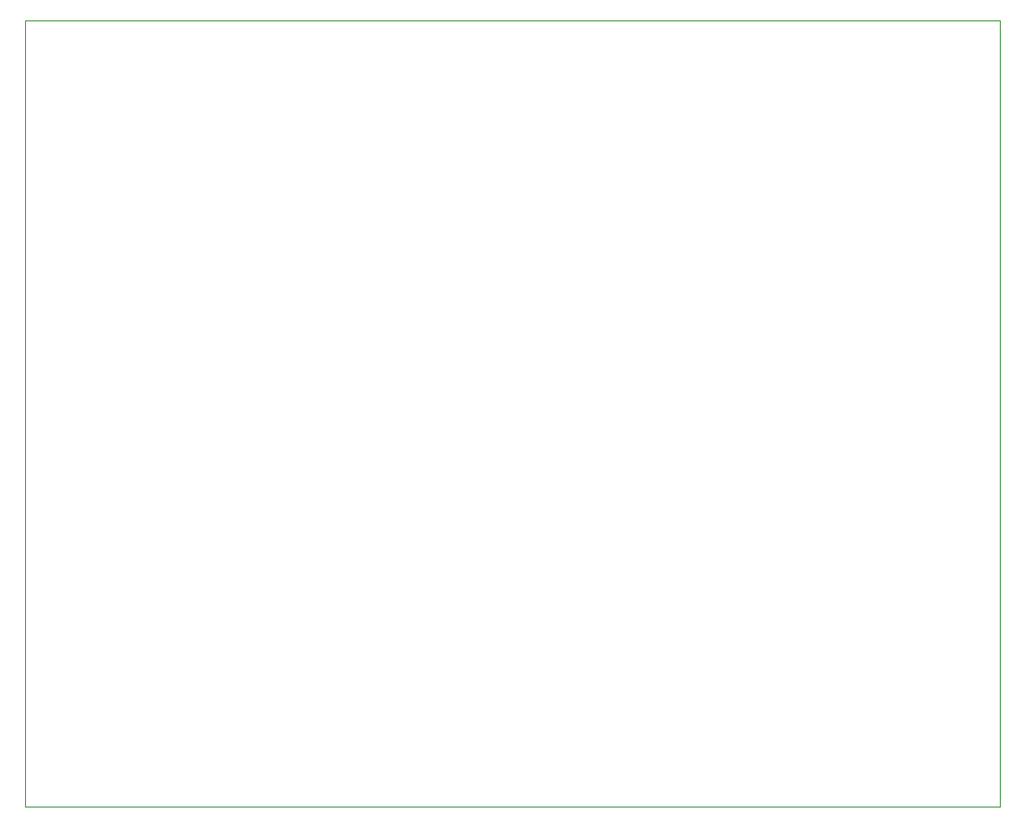
<source format=gbr>
%TF.GenerationSoftware,KiCad,Pcbnew,7.0.2*%
%TF.CreationDate,2024-10-18T19:43:08+03:00*%
%TF.ProjectId,POWER  WATER CIRCUIT,504f5745-5220-4205-9741-544552204349,rev?*%
%TF.SameCoordinates,Original*%
%TF.FileFunction,Profile,NP*%
%FSLAX46Y46*%
G04 Gerber Fmt 4.6, Leading zero omitted, Abs format (unit mm)*
G04 Created by KiCad (PCBNEW 7.0.2) date 2024-10-18 19:43:08*
%MOMM*%
%LPD*%
G01*
G04 APERTURE LIST*
%TA.AperFunction,Profile*%
%ADD10C,0.100000*%
%TD*%
G04 APERTURE END LIST*
D10*
X61000000Y-55800000D02*
X149800000Y-55800000D01*
X149800000Y-127550000D01*
X61000000Y-127550000D01*
X61000000Y-55800000D01*
M02*

</source>
